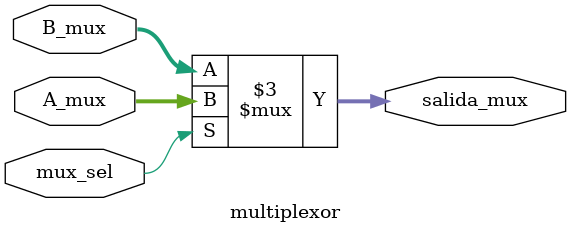
<source format=v>
module multiplexor(
    input wire[31:0]A_mux,
    input wire[31:0]B_mux,
    input wire mux_sel,
    output reg[31:0]salida_mux
);

always@(*) 
	begin
		if(mux_sel)
		begin
			salida_mux = A_mux;  
		end
		
		else
		begin
			salida_mux = B_mux; 
		end
	end
endmodule

</source>
